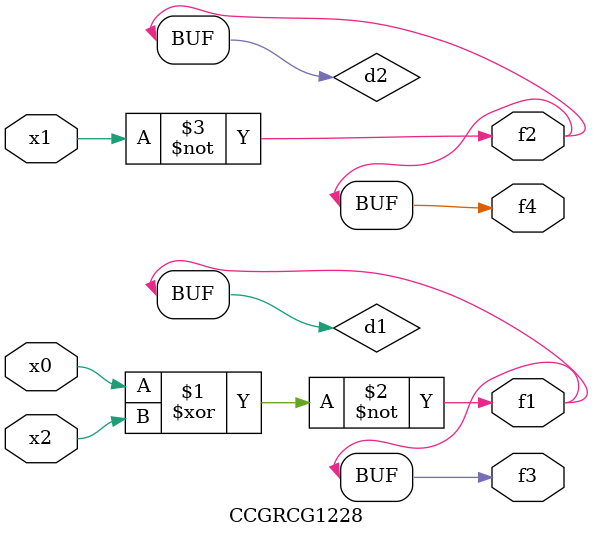
<source format=v>
module CCGRCG1228(
	input x0, x1, x2,
	output f1, f2, f3, f4
);

	wire d1, d2, d3;

	xnor (d1, x0, x2);
	nand (d2, x1);
	nor (d3, x1, x2);
	assign f1 = d1;
	assign f2 = d2;
	assign f3 = d1;
	assign f4 = d2;
endmodule

</source>
